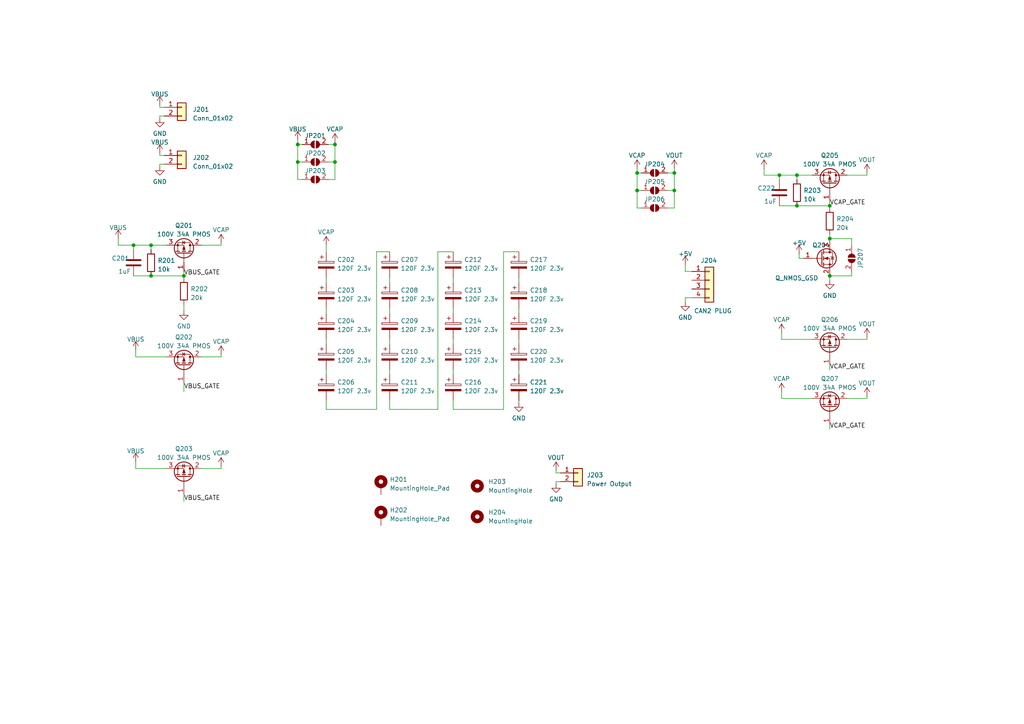
<source format=kicad_sch>
(kicad_sch (version 20230121) (generator eeschema)
  (paper "A4")
  (lib_symbols
    (symbol "Connector_Generic:Conn_01x02" (pin_names (offset 1.016) hide)
      (property "Reference" "J" (at 0 2.54 0))
      (property "Value" "Conn_01x02" (at 0 -5.08 0))
      (symbol "Conn_01x02_1_1"
        (rectangle (start -1.27 -2.413) (end 0 -2.667) (stroke (width 0.1524)))
        (rectangle (start -1.27 0.127) (end 0 -0.127) (stroke (width 0.1524)))
        (rectangle (start -1.27 1.27) (end 1.27 -3.81) (stroke (width 0.254)) (fill (type background)))
        (pin passive line (at -5.08 0 0) (length 3.81) (name "Pin_1") (number "1"))
        (pin passive line (at -5.08 -2.54 0) (length 3.81) (name "Pin_2") (number "2"))
      )
    )
    (symbol "Connector_Generic:Conn_01x04" (pin_names (offset 1.016) hide)
      (property "Reference" "J" (at 0 5.08 0))
      (property "Value" "Conn_01x04" (at 0 -7.62 0))
      (symbol "Conn_01x04_1_1"
        (rectangle (start -1.27 -4.953) (end 0 -5.207) (stroke (width 0.1524)))
        (rectangle (start -1.27 -2.413) (end 0 -2.667) (stroke (width 0.1524)))
        (rectangle (start -1.27 0.127) (end 0 -0.127) (stroke (width 0.1524)))
        (rectangle (start -1.27 2.667) (end 0 2.413) (stroke (width 0.1524)))
        (rectangle (start -1.27 3.81) (end 1.27 -6.35) (stroke (width 0.254)) (fill (type background)))
        (pin passive line (at -5.08 2.54 0) (length 3.81) (name "Pin_1") (number "1"))
        (pin passive line (at -5.08 0 0) (length 3.81) (name "Pin_2") (number "2"))
        (pin passive line (at -5.08 -2.54 0) (length 3.81) (name "Pin_3") (number "3"))
        (pin passive line (at -5.08 -5.08 0) (length 3.81) (name "Pin_4") (number "4"))
      )
    )
    (symbol "Device:C" (pin_numbers hide) (pin_names (offset 0.254))
      (property "Reference" "C" (at 0.635 2.54 0))
      (property "Value" "C" (at 0.635 -2.54 0))
      (symbol "C_0_1"
        (polyline (pts (xy -2.032 -0.762) (xy 2.032 -0.762)) (stroke (width 0.508)))
        (polyline (pts (xy -2.032 0.762) (xy 2.032 0.762)) (stroke (width 0.508)))
      )
      (symbol "C_1_1"
        (pin passive line (at 0 3.81 270) (length 2.794) (name "~") (number "1"))
        (pin passive line (at 0 -3.81 90) (length 2.794) (name "~") (number "2"))
      )
    )
    (symbol "Device:C_Polarized" (pin_numbers hide) (pin_names (offset 0.254))
      (property "Reference" "C" (at 0.635 2.54 0))
      (property "Value" "C_Polarized" (at 0.635 -2.54 0))
      (symbol "C_Polarized_0_1"
        (rectangle (start -2.286 0.508) (end 2.286 1.016))
        (polyline (pts (xy -1.778 2.286) (xy -0.762 2.286)))
        (polyline (pts (xy -1.27 2.794) (xy -1.27 1.778)))
        (rectangle (start 2.286 -0.508) (end -2.286 -1.016) (fill (type outline)))
      )
      (symbol "C_Polarized_1_1"
        (pin passive line (at 0 3.81 270) (length 2.794) (name "~") (number "1"))
        (pin passive line (at 0 -3.81 90) (length 2.794) (name "~") (number "2"))
      )
    )
    (symbol "Device:Q_NMOS_GSD" (pin_names (offset 0) hide)
      (property "Reference" "Q" (at 5.08 1.27 0))
      (property "Value" "Q_NMOS_GSD" (at 5.08 -1.27 0))
      (symbol "Q_NMOS_GSD_0_1"
        (polyline (pts (xy 0.254 0) (xy -2.54 0)))
        (polyline (pts (xy 0.254 1.905) (xy 0.254 -1.905)) (stroke (width 0.254)))
        (polyline (pts (xy 0.762 -1.27) (xy 0.762 -2.286)) (stroke (width 0.254)))
        (polyline (pts (xy 0.762 0.508) (xy 0.762 -0.508)) (stroke (width 0.254)))
        (polyline (pts (xy 0.762 2.286) (xy 0.762 1.27)) (stroke (width 0.254)))
        (polyline (pts (xy 2.54 2.54) (xy 2.54 1.778)))
        (polyline (pts (xy 2.54 -2.54) (xy 2.54 0) (xy 0.762 0)))
        (polyline (pts (xy 0.762 -1.778) (xy 3.302 -1.778) (xy 3.302 1.778) (xy 0.762 1.778)))
        (polyline (pts (xy 1.016 0) (xy 2.032 0.381) (xy 2.032 -0.381) (xy 1.016 0)) (fill (type outline)))
        (polyline (pts (xy 2.794 0.508) (xy 2.921 0.381) (xy 3.683 0.381) (xy 3.81 0.254)))
        (polyline (pts (xy 3.302 0.381) (xy 2.921 -0.254) (xy 3.683 -0.254) (xy 3.302 0.381)))
        (circle (center 1.651 0) (radius 2.794) (stroke (width 0.254)))
        (circle (center 2.54 -1.778) (radius 0.254) (fill (type outline)))
        (circle (center 2.54 1.778) (radius 0.254) (fill (type outline)))
      )
      (symbol "Q_NMOS_GSD_1_1"
        (pin input line (at -5.08 0 0) (length 2.54) (name "G") (number "1"))
        (pin passive line (at 2.54 -5.08 90) (length 2.54) (name "S") (number "2"))
        (pin passive line (at 2.54 5.08 270) (length 2.54) (name "D") (number "3"))
      )
    )
    (symbol "Device:Q_PMOS_GDS" (pin_names (offset 0) hide)
      (property "Reference" "Q" (at 5.08 1.27 0))
      (property "Value" "Q_PMOS_GDS" (at 5.08 -1.27 0))
      (symbol "Q_PMOS_GDS_0_1"
        (polyline (pts (xy 0.254 0) (xy -2.54 0)))
        (polyline (pts (xy 0.254 1.905) (xy 0.254 -1.905)) (stroke (width 0.254)))
        (polyline (pts (xy 0.762 -1.27) (xy 0.762 -2.286)) (stroke (width 0.254)))
        (polyline (pts (xy 0.762 0.508) (xy 0.762 -0.508)) (stroke (width 0.254)))
        (polyline (pts (xy 0.762 2.286) (xy 0.762 1.27)) (stroke (width 0.254)))
        (polyline (pts (xy 2.54 2.54) (xy 2.54 1.778)))
        (polyline (pts (xy 2.54 -2.54) (xy 2.54 0) (xy 0.762 0)))
        (polyline (pts (xy 0.762 1.778) (xy 3.302 1.778) (xy 3.302 -1.778) (xy 0.762 -1.778)))
        (polyline (pts (xy 2.286 0) (xy 1.27 0.381) (xy 1.27 -0.381) (xy 2.286 0)) (fill (type outline)))
        (polyline (pts (xy 2.794 -0.508) (xy 2.921 -0.381) (xy 3.683 -0.381) (xy 3.81 -0.254)))
        (polyline (pts (xy 3.302 -0.381) (xy 2.921 0.254) (xy 3.683 0.254) (xy 3.302 -0.381)))
        (circle (center 1.651 0) (radius 2.794) (stroke (width 0.254)))
        (circle (center 2.54 -1.778) (radius 0.254) (fill (type outline)))
        (circle (center 2.54 1.778) (radius 0.254) (fill (type outline)))
      )
      (symbol "Q_PMOS_GDS_1_1"
        (pin input line (at -5.08 0 0) (length 2.54) (name "G") (number "1"))
        (pin passive line (at 2.54 5.08 270) (length 2.54) (name "D") (number "2"))
        (pin passive line (at 2.54 -5.08 90) (length 2.54) (name "S") (number "3"))
      )
    )
    (symbol "Device:R" (pin_numbers hide) (pin_names (offset 0))
      (property "Reference" "R" (at 2.032 0 90))
      (property "Value" "R" (at 0 0 90))
      (symbol "R_0_1"
        (rectangle (start -1.016 -2.54) (end 1.016 2.54) (stroke (width 0.254)))
      )
      (symbol "R_1_1"
        (pin passive line (at 0 3.81 270) (length 1.27) (name "~") (number "1"))
        (pin passive line (at 0 -3.81 90) (length 1.27) (name "~") (number "2"))
      )
    )
    (symbol "Jumper:SolderJumper_2_Open" (pin_names (offset 0) hide)
      (property "Reference" "JP" (at 0 2.032 0))
      (property "Value" "SolderJumper_2_Open" (at 0 -2.54 0))
      (symbol "SolderJumper_2_Open_0_1"
        (arc (start -0.254 1.016) (mid -1.2656 0) (end -0.254 -1.016))
        (arc (start -0.254 1.016) (mid -1.2656 0) (end -0.254 -1.016) (fill (type outline)))
        (polyline (pts (xy -0.254 1.016) (xy -0.254 -1.016)))
        (polyline (pts (xy 0.254 1.016) (xy 0.254 -1.016)))
        (arc (start 0.254 -1.016) (mid 1.2656 0) (end 0.254 1.016))
        (arc (start 0.254 -1.016) (mid 1.2656 0) (end 0.254 1.016) (fill (type outline)))
      )
      (symbol "SolderJumper_2_Open_1_1"
        (pin passive line (at -3.81 0 0) (length 2.54) (name "A") (number "1"))
        (pin passive line (at 3.81 0 180) (length 2.54) (name "B") (number "2"))
      )
    )
    (symbol "Mechanical:MountingHole" (pin_names (offset 1.016))
      (property "Reference" "H" (at 0 5.08 0))
      (property "Value" "MountingHole" (at 0 3.175 0))
      (symbol "MountingHole_0_1"
        (circle (center 0 0) (radius 1.27) (stroke (width 1.27)))
      )
    )
    (symbol "Mechanical:MountingHole_Pad" (pin_numbers hide) (pin_names (offset 1.016) hide)
      (property "Reference" "H" (at 0 6.35 0))
      (property "Value" "MountingHole_Pad" (at 0 4.445 0))
      (symbol "MountingHole_Pad_0_1"
        (circle (center 0 1.27) (radius 1.27) (stroke (width 1.27)))
      )
      (symbol "MountingHole_Pad_1_1"
        (pin input line (at 0 -2.54 90) (length 2.54) (name "1") (number "1"))
      )
    )
    (symbol "power:+5V" (power) (pin_names (offset 0))
      (property "Value" "+5V" (at 0 3.556 0))
      (symbol "+5V_0_1"
        (polyline (pts (xy -0.762 1.27) (xy 0 2.54)))
        (polyline (pts (xy 0 0) (xy 0 2.54)))
        (polyline (pts (xy 0 2.54) (xy 0.762 1.27)))
      )
      (symbol "+5V_1_1"
        (pin power_in line (at 0 0 90) (length 0) hide (name "+5V") (number "1"))
      )
    )
    (symbol "power:GND" (power) (pin_names (offset 0))
      (property "Value" "GND" (at 0 -3.81 0))
      (symbol "GND_0_1"
        (polyline (pts (xy 0 0) (xy 0 -1.27) (xy 1.27 -1.27) (xy 0 -2.54) (xy -1.27 -1.27) (xy 0 -1.27)))
      )
      (symbol "GND_1_1"
        (pin power_in line (at 0 0 270) (length 0) hide (name "GND") (number "1"))
      )
    )
    (symbol "power:VBUS" (power) (pin_names (offset 0))
      (property "Value" "VBUS" (at 0 3.81 0))
      (symbol "VBUS_0_1"
        (polyline (pts (xy -0.762 1.27) (xy 0 2.54)))
        (polyline (pts (xy 0 0) (xy 0 2.54)))
        (polyline (pts (xy 0 2.54) (xy 0.762 1.27)))
      )
      (symbol "VBUS_1_1"
        (pin power_in line (at 0 0 90) (length 0) hide (name "VBUS") (number "1"))
      )
    )
    (symbol "supercap_library:VCAP" (power) (pin_names (offset 0))
      (property "Value" "VCAP" (at 0 3.81 0))
      (symbol "VCAP_0_1"
        (polyline (pts (xy -0.762 1.27) (xy 0 2.54)))
        (polyline (pts (xy 0 0) (xy 0 2.54)))
        (polyline (pts (xy 0 2.54) (xy 0.762 1.27)))
      )
      (symbol "VCAP_1_1"
        (pin power_in line (at 0 0 90) (length 0) hide (name "VCAP") (number "1"))
      )
    )
    (symbol "supercap_library:VOUT" (power) (pin_names (offset 0))
      (property "Value" "VOUT" (at 0 3.81 0))
      (symbol "VOUT_0_1"
        (polyline (pts (xy -0.762 1.27) (xy 0 2.54)))
        (polyline (pts (xy 0 0) (xy 0 2.54)))
        (polyline (pts (xy 0 2.54) (xy 0.762 1.27)))
      )
      (symbol "VOUT_1_1"
        (pin power_in line (at 0 0 90) (length 0) hide (name "VOUT") (number "1"))
      )
    )
  )
  (junction (at 43.815 71.12))
  (junction (at 184.785 55.245))
  (junction (at 53.34 80.01))
  (junction (at 195.58 55.245))
  (junction (at 231.14 50.8))
  (junction (at 240.665 80.01))
  (junction (at 226.06 50.8))
  (junction (at 86.36 46.99))
  (junction (at 38.735 71.12))
  (junction (at 240.665 69.215))
  (junction (at 240.665 59.69))
  (junction (at 43.815 80.01))
  (junction (at 86.36 41.91))
  (junction (at 231.14 59.69))
  (junction (at 195.58 50.165))
  (junction (at 97.155 46.99))
  (junction (at 184.785 50.165))
  (junction (at 97.155 41.91))
  (wire (pts (xy 226.06 59.69) (xy 231.14 59.69)))
  (wire (pts (xy 184.785 55.245) (xy 186.055 55.245)))
  (wire (pts (xy 38.735 71.12) (xy 38.735 72.39)))
  (wire (pts (xy 150.495 89.535) (xy 150.495 90.805)))
  (wire (pts (xy 226.06 50.8) (xy 231.14 50.8)))
  (wire (pts (xy 231.775 74.93) (xy 233.045 74.93)))
  (wire (pts (xy 231.14 50.8) (xy 235.585 50.8)))
  (wire (pts (xy 46.355 33.655) (xy 47.625 33.655)))
  (wire (pts (xy 94.615 116.205) (xy 94.615 118.745)))
  (wire (pts (xy 131.445 89.535) (xy 131.445 90.805)))
  (wire (pts (xy 193.675 60.325) (xy 195.58 60.325)))
  (wire (pts (xy 53.34 111.125) (xy 53.34 113.665)))
  (wire (pts (xy 43.815 80.01) (xy 53.34 80.01)))
  (wire (pts (xy 95.25 41.91) (xy 97.155 41.91)))
  (wire (pts (xy 221.615 50.8) (xy 226.06 50.8)))
  (wire (pts (xy 86.36 41.91) (xy 87.63 41.91)))
  (wire (pts (xy 131.445 107.315) (xy 131.445 108.585)))
  (wire (pts (xy 150.495 98.425) (xy 150.495 99.695)))
  (wire (pts (xy 146.05 73.025) (xy 150.495 73.025)))
  (wire (pts (xy 131.445 98.425) (xy 131.445 99.695)))
  (wire (pts (xy 240.665 80.01) (xy 247.015 80.01)))
  (wire (pts (xy 94.615 89.535) (xy 94.615 90.805)))
  (wire (pts (xy 127 73.025) (xy 127 118.745)))
  (wire (pts (xy 226.695 96.52) (xy 226.695 98.425)))
  (wire (pts (xy 97.155 46.99) (xy 97.155 52.07)))
  (wire (pts (xy 46.355 45.085) (xy 47.625 45.085)))
  (wire (pts (xy 58.42 135.89) (xy 64.135 135.89)))
  (wire (pts (xy 245.745 115.57) (xy 251.46 115.57)))
  (wire (pts (xy 46.355 47.625) (xy 46.355 48.26)))
  (wire (pts (xy 184.785 55.245) (xy 184.785 60.325)))
  (wire (pts (xy 86.36 46.99) (xy 87.63 46.99)))
  (wire (pts (xy 58.42 103.505) (xy 64.135 103.505)))
  (wire (pts (xy 39.37 103.505) (xy 48.26 103.505)))
  (wire (pts (xy 34.29 71.12) (xy 38.735 71.12)))
  (wire (pts (xy 198.755 86.36) (xy 200.66 86.36)))
  (wire (pts (xy 94.615 98.425) (xy 94.615 99.695)))
  (wire (pts (xy 58.42 71.12) (xy 64.135 71.12)))
  (wire (pts (xy 146.05 73.025) (xy 146.05 118.745)))
  (wire (pts (xy 97.155 41.91) (xy 97.155 46.99)))
  (wire (pts (xy 46.355 33.655) (xy 46.355 34.29)))
  (wire (pts (xy 226.695 98.425) (xy 235.585 98.425)))
  (wire (pts (xy 161.29 139.7) (xy 161.29 140.335)))
  (wire (pts (xy 113.03 98.425) (xy 113.03 99.695)))
  (wire (pts (xy 161.29 139.7) (xy 162.56 139.7)))
  (wire (pts (xy 193.675 50.165) (xy 195.58 50.165)))
  (wire (pts (xy 231.775 73.66) (xy 231.775 74.93)))
  (wire (pts (xy 226.06 50.8) (xy 226.06 52.07)))
  (wire (pts (xy 94.615 71.12) (xy 94.615 73.025)))
  (wire (pts (xy 195.58 55.245) (xy 195.58 60.325)))
  (wire (pts (xy 184.785 60.325) (xy 186.055 60.325)))
  (wire (pts (xy 113.03 118.745) (xy 127 118.745)))
  (wire (pts (xy 245.745 98.425) (xy 251.46 98.425)))
  (wire (pts (xy 195.58 50.165) (xy 195.58 55.245)))
  (wire (pts (xy 46.355 30.48) (xy 46.355 31.115)))
  (wire (pts (xy 94.615 118.745) (xy 109.22 118.745)))
  (wire (pts (xy 245.745 50.8) (xy 251.46 50.8)))
  (wire (pts (xy 113.03 89.535) (xy 113.03 90.805)))
  (wire (pts (xy 38.735 80.01) (xy 43.815 80.01)))
  (wire (pts (xy 193.675 55.245) (xy 195.58 55.245)))
  (wire (pts (xy 86.36 52.07) (xy 87.63 52.07)))
  (wire (pts (xy 150.495 107.315) (xy 150.495 108.585)))
  (wire (pts (xy 53.34 88.265) (xy 53.34 90.17)))
  (wire (pts (xy 95.25 52.07) (xy 97.155 52.07)))
  (wire (pts (xy 53.34 143.51) (xy 53.34 145.415)))
  (wire (pts (xy 240.665 69.215) (xy 240.665 69.85)))
  (wire (pts (xy 97.155 41.275) (xy 97.155 41.91)))
  (wire (pts (xy 251.46 50.165) (xy 251.46 50.8)))
  (wire (pts (xy 53.34 80.01) (xy 53.34 80.645)))
  (wire (pts (xy 127 73.025) (xy 131.445 73.025)))
  (wire (pts (xy 113.03 107.315) (xy 113.03 108.585)))
  (wire (pts (xy 46.355 44.45) (xy 46.355 45.085)))
  (wire (pts (xy 240.665 123.19) (xy 240.665 124.46)))
  (wire (pts (xy 39.37 133.985) (xy 39.37 135.89)))
  (wire (pts (xy 184.785 48.895) (xy 184.785 50.165)))
  (wire (pts (xy 64.135 102.87) (xy 64.135 103.505)))
  (wire (pts (xy 161.29 137.16) (xy 162.56 137.16)))
  (wire (pts (xy 95.25 46.99) (xy 97.155 46.99)))
  (wire (pts (xy 38.735 71.12) (xy 43.815 71.12)))
  (wire (pts (xy 247.015 69.215) (xy 247.015 71.12)))
  (wire (pts (xy 150.495 116.84) (xy 150.495 116.205)))
  (wire (pts (xy 150.495 80.645) (xy 150.495 81.915)))
  (wire (pts (xy 86.36 40.64) (xy 86.36 41.91)))
  (wire (pts (xy 86.36 46.99) (xy 86.36 52.07)))
  (wire (pts (xy 34.29 69.215) (xy 34.29 71.12)))
  (wire (pts (xy 240.665 67.945) (xy 240.665 69.215)))
  (wire (pts (xy 94.615 107.315) (xy 94.615 108.585)))
  (wire (pts (xy 109.22 73.025) (xy 109.22 118.745)))
  (wire (pts (xy 86.36 41.91) (xy 86.36 46.99)))
  (wire (pts (xy 43.815 71.12) (xy 43.815 72.39)))
  (wire (pts (xy 251.46 97.79) (xy 251.46 98.425)))
  (wire (pts (xy 240.665 69.215) (xy 247.015 69.215)))
  (wire (pts (xy 247.015 78.74) (xy 247.015 80.01)))
  (wire (pts (xy 198.755 78.74) (xy 200.66 78.74)))
  (wire (pts (xy 184.785 50.165) (xy 184.785 55.245)))
  (wire (pts (xy 240.665 80.01) (xy 240.665 81.28)))
  (wire (pts (xy 184.785 50.165) (xy 186.055 50.165)))
  (wire (pts (xy 113.03 116.205) (xy 113.03 118.745)))
  (wire (pts (xy 240.665 59.69) (xy 240.665 60.325)))
  (wire (pts (xy 64.135 70.485) (xy 64.135 71.12)))
  (wire (pts (xy 198.755 86.36) (xy 198.755 87.63)))
  (wire (pts (xy 94.615 80.645) (xy 94.615 81.915)))
  (wire (pts (xy 240.665 58.42) (xy 240.665 59.69)))
  (wire (pts (xy 198.755 76.835) (xy 198.755 78.74)))
  (wire (pts (xy 226.695 115.57) (xy 235.585 115.57)))
  (wire (pts (xy 240.665 106.045) (xy 240.665 107.315)))
  (wire (pts (xy 113.03 80.645) (xy 113.03 81.915)))
  (wire (pts (xy 53.34 78.74) (xy 53.34 80.01)))
  (wire (pts (xy 39.37 101.6) (xy 39.37 103.505)))
  (wire (pts (xy 43.815 71.12) (xy 48.26 71.12)))
  (wire (pts (xy 226.695 113.665) (xy 226.695 115.57)))
  (wire (pts (xy 46.355 47.625) (xy 47.625 47.625)))
  (wire (pts (xy 231.14 59.69) (xy 240.665 59.69)))
  (wire (pts (xy 131.445 80.645) (xy 131.445 81.915)))
  (wire (pts (xy 131.445 116.205) (xy 131.445 118.745)))
  (wire (pts (xy 195.58 48.895) (xy 195.58 50.165)))
  (wire (pts (xy 46.355 31.115) (xy 47.625 31.115)))
  (wire (pts (xy 64.135 135.255) (xy 64.135 135.89)))
  (wire (pts (xy 39.37 135.89) (xy 48.26 135.89)))
  (wire (pts (xy 251.46 114.935) (xy 251.46 115.57)))
  (wire (pts (xy 231.14 50.8) (xy 231.14 52.07)))
  (wire (pts (xy 221.615 48.895) (xy 221.615 50.8)))
  (wire (pts (xy 109.22 73.025) (xy 113.03 73.025)))
  (wire (pts (xy 161.29 136.525) (xy 161.29 137.16)))
  (wire (pts (xy 131.445 118.745) (xy 146.05 118.745)))
  (label "VBUS_GATE" (at 53.34 80.01 0))
  (label "VBUS_GATE" (at 53.34 113.03 0))
  (label "VCAP_GATE" (at 240.665 107.315 0))
  (label "VBUS_GATE" (at 53.34 145.415 0))
  (label "VCAP_GATE" (at 240.665 59.69 0))
  (label "VCAP_GATE" (at 240.665 124.46 0))
  (symbol (lib_id "Device:R") (at 231.14 55.88 0) (unit 1)
    (property "Reference" "R203" (at 233.045 55.245 0) (effects (justify left)))
    (property "Value" "10k" (at 233.045 57.785 0) (effects (justify left)))
    (property "Footprint" "Resistor_SMD:R_0805_2012Metric" (effects hide))
  )
  (symbol (lib_id "Device:C_Polarized") (at 113.03 94.615 0) (unit 1)
    (property "Reference" "C209" (at 116.205 93.091 0) (effects (justify left)))
    (property "Value" "120F 2.3v" (at 116.205 95.631 0) (effects (justify left)))
    (property "Footprint" "Capacitor_THT:CP_Radial_D18.0mm_P7.50mm" (effects hide))
    (property "Datasheet" "https://www.tecategroup.com/products/data_sheet.php?i=TPLH-2R7/120WR18X60" (effects hide))
    (property "Digikey" "2085-TPLH-2R7/120WR18X60-ND" (effects hide))
  )
  (symbol (lib_id "Device:C_Polarized") (at 150.495 94.615 0) (unit 1)
    (property "Reference" "C219" (at 153.67 93.091 0) (effects (justify left)))
    (property "Value" "120F 2.3v" (at 153.67 95.631 0) (effects (justify left)))
    (property "Footprint" "Capacitor_THT:CP_Radial_D18.0mm_P7.50mm" (effects hide))
    (property "Datasheet" "https://www.tecategroup.com/products/data_sheet.php?i=TPLH-2R7/120WR18X60" (effects hide))
    (property "Digikey" "2085-TPLH-2R7/120WR18X60-ND" (effects hide))
  )
  (symbol (lib_id "supercap_library:VCAP") (at 226.695 113.665 0) (unit 1)
    (property "Reference" "#PWR0224" (effects hide))
    (property "Value" "VCAP" (at 226.695 109.855 0))
  )
  (symbol (lib_id "Mechanical:MountingHole_Pad") (at 110.49 149.86 0) (unit 1)
    (property "Reference" "H202" (at 113.03 147.955 0) (effects (justify left)))
    (property "Value" "MountingHole_Pad" (at 113.03 150.495 0) (effects (justify left)))
    (property "Footprint" "supercap:Sinhoo-SMTSO40x-C2916378" (effects hide))
    (property "LCSC" "C2916378" (effects hide))
  )
  (symbol (lib_id "Device:C_Polarized") (at 150.495 103.505 0) (unit 1)
    (property "Reference" "C220" (at 153.67 101.981 0) (effects (justify left)))
    (property "Value" "120F 2.3v" (at 153.67 104.521 0) (effects (justify left)))
    (property "Footprint" "Capacitor_THT:CP_Radial_D18.0mm_P7.50mm" (effects hide))
    (property "Datasheet" "https://www.tecategroup.com/products/data_sheet.php?i=TPLH-2R7/120WR18X60" (effects hide))
    (property "Digikey" "2085-TPLH-2R7/120WR18X60-ND" (effects hide))
  )
  (symbol (lib_id "Device:C_Polarized") (at 113.03 103.505 0) (unit 1)
    (property "Reference" "C210" (at 116.205 101.981 0) (effects (justify left)))
    (property "Value" "120F 2.3v" (at 116.205 104.521 0) (effects (justify left)))
    (property "Footprint" "Capacitor_THT:CP_Radial_D18.0mm_P7.50mm" (effects hide))
    (property "Datasheet" "https://www.tecategroup.com/products/data_sheet.php?i=TPLH-2R7/120WR18X60" (effects hide))
    (property "Digikey" "2085-TPLH-2R7/120WR18X60-ND" (effects hide))
  )
  (symbol (lib_id "Jumper:SolderJumper_2_Open") (at 91.44 41.91 0) (unit 1)
    (property "Reference" "JP201" (at 91.44 39.37 0))
    (property "Value" "SolderJumper_2_Open" (effects hide))
    (property "Footprint" "Jumper:SolderJumper-2_P1.3mm_Open_RoundedPad1.0x1.5mm" (effects hide))
  )
  (symbol (lib_id "Device:R") (at 53.34 84.455 0) (unit 1)
    (property "Reference" "R202" (at 55.245 83.82 0) (effects (justify left)))
    (property "Value" "20k" (at 55.245 86.36 0) (effects (justify left)))
    (property "Footprint" "Resistor_SMD:R_0805_2012Metric" (effects hide))
  )
  (symbol (lib_id "Connector_Generic:Conn_01x02") (at 52.705 31.115 0) (unit 1)
    (property "Reference" "J201" (at 55.88 31.75 0) (effects (justify left)))
    (property "Value" "Conn_01x02" (at 55.88 34.29 0) (effects (justify left)))
    (property "Footprint" "Connector_Anderson:PowerPole_PP45_1336G1_1x2_Horizontal" (effects hide))
  )
  (symbol (lib_id "supercap_library:VCAP") (at 226.695 96.52 0) (unit 1)
    (property "Reference" "#PWR0223" (effects hide))
    (property "Value" "VCAP" (at 226.695 92.71 0))
  )
  (symbol (lib_id "supercap_library:VCAP") (at 94.615 71.12 0) (unit 1)
    (property "Reference" "#PWR0213" (effects hide))
    (property "Value" "VCAP" (at 94.615 67.31 0))
  )
  (symbol (lib_id "Device:Q_NMOS_GSD") (at 238.125 74.93 0) (unit 1)
    (property "Reference" "Q204" (at 235.585 71.12 0) (effects (justify left)))
    (property "Value" "Q_NMOS_GSD" (at 224.79 80.645 0) (effects (justify left)))
    (property "Footprint" "Package_TO_SOT_SMD:SOT-23" (effects hide))
    (property "LCSC" "C400505" (effects hide))
  )
  (symbol (lib_id "supercap_library:VCAP") (at 184.785 48.895 0) (unit 1)
    (property "Reference" "#PWR0218" (effects hide))
    (property "Value" "VCAP" (at 184.785 45.085 0))
  )
  (symbol (lib_id "Device:Q_PMOS_GDS") (at 240.665 100.965 270) (mirror x) (unit 1)
    (property "Reference" "Q206" (at 240.665 92.71 90))
    (property "Value" "100V 34A PMOS" (at 240.665 95.25 90))
    (property "Footprint" "Package_TO_SOT_SMD:TO-252-2" (effects hide))
    (property "LCSC" "C2758447" (effects hide))
  )
  (symbol (lib_id "supercap_library:VCAP") (at 221.615 48.895 0) (unit 1)
    (property "Reference" "#PWR0222" (effects hide))
    (property "Value" "VCAP" (at 221.615 45.085 0))
  )
  (symbol (lib_id "Device:R") (at 43.815 76.2 0) (unit 1)
    (property "Reference" "R201" (at 45.72 75.565 0) (effects (justify left)))
    (property "Value" "10k" (at 45.72 78.105 0) (effects (justify left)))
    (property "Footprint" "Resistor_SMD:R_0805_2012Metric" (effects hide))
  )
  (symbol (lib_id "power:GND") (at 46.355 48.26 0) (unit 1)
    (property "Reference" "#PWR0207" (effects hide))
    (property "Value" "GND" (at 46.355 52.705 0))
  )
  (symbol (lib_id "Device:C_Polarized") (at 113.03 76.835 0) (unit 1)
    (property "Reference" "C207" (at 116.205 75.311 0) (effects (justify left)))
    (property "Value" "120F 2.3v" (at 116.205 77.851 0) (effects (justify left)))
    (property "Footprint" "Capacitor_THT:CP_Radial_D18.0mm_P7.50mm" (effects hide))
    (property "Datasheet" "https://www.tecategroup.com/products/data_sheet.php?i=TPLH-2R7/120WR18X60" (effects hide))
    (property "Digikey" "2085-TPLH-2R7/120WR18X60-ND" (effects hide))
  )
  (symbol (lib_id "Jumper:SolderJumper_2_Open") (at 189.865 55.245 0) (unit 1)
    (property "Reference" "JP205" (at 189.865 52.705 0))
    (property "Value" "SolderJumper_2_Open" (effects hide))
    (property "Footprint" "Jumper:SolderJumper-2_P1.3mm_Open_RoundedPad1.0x1.5mm" (effects hide))
  )
  (symbol (lib_id "Mechanical:MountingHole_Pad") (at 110.49 140.97 0) (unit 1)
    (property "Reference" "H201" (at 113.03 139.065 0) (effects (justify left)))
    (property "Value" "MountingHole_Pad" (at 113.03 141.605 0) (effects (justify left)))
    (property "Footprint" "supercap:Sinhoo-SMTSO40x-C2916378" (effects hide))
    (property "LCSC" "C2916378" (effects hide))
  )
  (symbol (lib_id "power:GND") (at 150.495 116.84 0) (unit 1)
    (property "Reference" "#PWR0215" (effects hide))
    (property "Value" "GND" (at 150.495 121.285 0))
  )
  (symbol (lib_id "power:VBUS") (at 39.37 133.985 0) (unit 1)
    (property "Reference" "#PWR0203" (effects hide))
    (property "Value" "VBUS" (at 39.37 130.81 0))
  )
  (symbol (lib_id "Device:C") (at 38.735 76.2 180) (unit 1)
    (property "Reference" "C201" (at 32.385 74.93 0) (effects (justify right)))
    (property "Value" "1uF" (at 34.29 78.74 0) (effects (justify right)))
    (property "Footprint" "Capacitor_SMD:C_0805_2012Metric" (effects hide))
  )
  (symbol (lib_id "supercap_library:VCAP") (at 97.155 41.275 0) (unit 1)
    (property "Reference" "#PWR0214" (effects hide))
    (property "Value" "VCAP" (at 97.155 37.465 0))
  )
  (symbol (lib_id "Jumper:SolderJumper_2_Open") (at 189.865 50.165 0) (unit 1)
    (property "Reference" "JP204" (at 189.865 47.625 0))
    (property "Value" "SolderJumper_2_Open" (effects hide))
    (property "Footprint" "Jumper:SolderJumper-2_P1.3mm_Open_RoundedPad1.0x1.5mm" (effects hide))
  )
  (symbol (lib_id "Mechanical:MountingHole") (at 138.43 149.86 0) (unit 1) (in_bom no)
    (property "Reference" "H204" (at 141.605 148.5899 0) (effects (justify left)))
    (property "Value" "MountingHole" (at 141.605 151.1299 0) (effects (justify left)))
    (property "Footprint" "supercap:MountingHole_3.9mm_Plastite_#6" (effects hide))
  )
  (symbol (lib_id "power:GND") (at 198.755 87.63 0) (unit 1)
    (property "Reference" "#PWR0221" (effects hide))
    (property "Value" "GND" (at 198.755 92.075 0))
  )
  (symbol (lib_id "power:GND") (at 240.665 81.28 0) (unit 1)
    (property "Reference" "#PWR0226" (effects hide))
    (property "Value" "GND" (at 240.665 85.725 0))
  )
  (symbol (lib_id "supercap_library:VCAP") (at 64.135 102.87 0) (unit 1)
    (property "Reference" "#PWR0210" (effects hide))
    (property "Value" "VCAP" (at 64.135 99.06 0))
  )
  (symbol (lib_id "Device:Q_PMOS_GDS") (at 240.665 53.34 270) (mirror x) (unit 1)
    (property "Reference" "Q205" (at 240.665 45.085 90))
    (property "Value" "100V 34A PMOS" (at 240.665 47.625 90))
    (property "Footprint" "Package_TO_SOT_SMD:TO-252-2" (effects hide))
    (property "LCSC" "C2758447" (effects hide))
  )
  (symbol (lib_id "Device:C_Polarized") (at 113.03 112.395 0) (unit 1)
    (property "Reference" "C211" (at 116.205 110.871 0) (effects (justify left)))
    (property "Value" "120F 2.3v" (at 116.205 113.411 0) (effects (justify left)))
    (property "Footprint" "Capacitor_THT:CP_Radial_D18.0mm_P7.50mm" (effects hide))
    (property "Datasheet" "https://www.tecategroup.com/products/data_sheet.php?i=TPLH-2R7/120WR18X60" (effects hide))
    (property "Digikey" "2085-TPLH-2R7/120WR18X60-ND" (effects hide))
  )
  (symbol (lib_id "Device:C_Polarized") (at 131.445 85.725 0) (unit 1)
    (property "Reference" "C213" (at 134.62 84.201 0) (effects (justify left)))
    (property "Value" "120F 2.3v" (at 134.62 86.741 0) (effects (justify left)))
    (property "Footprint" "Capacitor_THT:CP_Radial_D18.0mm_P7.50mm" (effects hide))
    (property "Datasheet" "https://www.tecategroup.com/products/data_sheet.php?i=TPLH-2R7/120WR18X60" (effects hide))
    (property "Digikey" "2085-TPLH-2R7/120WR18X60-ND" (effects hide))
  )
  (symbol (lib_id "Device:C_Polarized") (at 150.495 112.395 0) (unit 1)
    (property "Reference" "C221" (at 153.67 110.871 0) (effects (justify left)))
    (property "Value" "120F 2.3v" (at 153.67 113.411 0) (effects (justify left)))
    (property "Footprint" "Capacitor_THT:CP_Radial_D18.0mm_P7.50mm" (effects hide))
    (property "Datasheet" "https://www.tecategroup.com/products/data_sheet.php?i=TPLH-2R7/120WR18X60" (effects hide))
    (property "Digikey" "2085-TPLH-2R7/120WR18X60-ND" (effects hide))
  )
  (symbol (lib_id "Connector_Generic:Conn_01x02") (at 167.64 137.16 0) (unit 1)
    (property "Reference" "J203" (at 170.18 137.795 0) (effects (justify left)))
    (property "Value" "Power Output" (at 170.18 140.335 0) (effects (justify left)))
    (property "Footprint" "Connector_Anderson:PowerPole_PP45_1336G1_1x2_Horizontal" (effects hide))
  )
  (symbol (lib_id "Device:C_Polarized") (at 150.495 85.725 0) (unit 1)
    (property "Reference" "C218" (at 153.67 84.201 0) (effects (justify left)))
    (property "Value" "120F 2.3v" (at 153.67 86.741 0) (effects (justify left)))
    (property "Footprint" "Capacitor_THT:CP_Radial_D18.0mm_P7.50mm" (effects hide))
    (property "Datasheet" "https://www.tecategroup.com/products/data_sheet.php?i=TPLH-2R7/120WR18X60" (effects hide))
    (property "Digikey" "2085-TPLH-2R7/120WR18X60-ND" (effects hide))
  )
  (symbol (lib_id "power:GND") (at 53.34 90.17 0) (unit 1)
    (property "Reference" "#PWR0208" (effects hide))
    (property "Value" "GND" (at 53.34 94.615 0))
  )
  (symbol (lib_id "Device:C_Polarized") (at 94.615 76.835 0) (unit 1)
    (property "Reference" "C202" (at 97.79 75.311 0) (effects (justify left)))
    (property "Value" "120F 2.3v" (at 97.79 77.851 0) (effects (justify left)))
    (property "Footprint" "Capacitor_THT:CP_Radial_D18.0mm_P7.50mm" (effects hide))
    (property "Datasheet" "https://www.tecategroup.com/products/data_sheet.php?i=TPLH-2R7/120WR18X60" (effects hide))
    (property "Digikey" "2085-TPLH-2R7/120WR18X60-ND" (effects hide))
  )
  (symbol (lib_id "power:+5V") (at 231.775 73.66 0) (unit 1)
    (property "Reference" "#PWR0225" (effects hide))
    (property "Value" "+5V" (at 231.775 70.485 0))
  )
  (symbol (lib_id "power:GND") (at 161.29 140.335 0) (unit 1)
    (property "Reference" "#PWR0217" (effects hide))
    (property "Value" "GND" (at 161.29 144.78 0))
  )
  (symbol (lib_id "Device:Q_PMOS_GDS") (at 53.34 106.045 270) (mirror x) (unit 1)
    (property "Reference" "Q202" (at 53.34 97.79 90))
    (property "Value" "100V 34A PMOS" (at 53.34 100.33 90))
    (property "Footprint" "Package_TO_SOT_SMD:TO-252-2" (effects hide))
    (property "LCSC" "C2758447" (effects hide))
  )
  (symbol (lib_id "supercap_library:VOUT") (at 251.46 50.165 0) (unit 1)
    (property "Reference" "#PWR0227" (effects hide))
    (property "Value" "VOUT" (at 251.46 46.355 0))
  )
  (symbol (lib_id "Jumper:SolderJumper_2_Open") (at 91.44 52.07 0) (unit 1)
    (property "Reference" "JP203" (at 91.44 49.53 0))
    (property "Value" "SolderJumper_2_Open" (effects hide))
    (property "Footprint" "Jumper:SolderJumper-2_P1.3mm_Open_RoundedPad1.0x1.5mm" (effects hide))
  )
  (symbol (lib_id "supercap_library:VCAP") (at 64.135 135.255 0) (unit 1)
    (property "Reference" "#PWR0211" (effects hide))
    (property "Value" "VCAP" (at 64.135 131.445 0))
  )
  (symbol (lib_id "Jumper:SolderJumper_2_Open") (at 247.015 74.93 270) (unit 1)
    (property "Reference" "JP207" (at 249.555 74.93 0))
    (property "Value" "SolderJumper_2_Open" (effects hide))
    (property "Footprint" "Jumper:SolderJumper-2_P1.3mm_Open_RoundedPad1.0x1.5mm" (effects hide))
  )
  (symbol (lib_id "supercap_library:VOUT") (at 161.29 136.525 0) (unit 1)
    (property "Reference" "#PWR0216" (effects hide))
    (property "Value" "VOUT" (at 161.29 132.715 0))
  )
  (symbol (lib_id "Mechanical:MountingHole") (at 138.43 140.97 0) (unit 1) (in_bom no)
    (property "Reference" "H203" (at 141.605 139.6999 0) (effects (justify left)))
    (property "Value" "MountingHole" (at 141.605 142.2399 0) (effects (justify left)))
    (property "Footprint" "supercap:MountingHole_3.9mm_Plastite_#6" (effects hide))
  )
  (symbol (lib_id "Device:C_Polarized") (at 131.445 112.395 0) (unit 1)
    (property "Reference" "C216" (at 134.62 110.871 0) (effects (justify left)))
    (property "Value" "120F 2.3v" (at 134.62 113.411 0) (effects (justify left)))
    (property "Footprint" "Capacitor_THT:CP_Radial_D18.0mm_P7.50mm" (effects hide))
    (property "Datasheet" "https://www.tecategroup.com/products/data_sheet.php?i=TPLH-2R7/120WR18X60" (effects hide))
    (property "Digikey" "2085-TPLH-2R7/120WR18X60-ND" (effects hide))
  )
  (symbol (lib_id "supercap_library:VCAP") (at 64.135 70.485 0) (unit 1)
    (property "Reference" "#PWR0209" (effects hide))
    (property "Value" "VCAP" (at 64.135 66.675 0))
  )
  (symbol (lib_id "power:VBUS") (at 46.355 44.45 0) (unit 1)
    (property "Reference" "#PWR0206" (effects hide))
    (property "Value" "VBUS" (at 46.355 41.275 0))
  )
  (symbol (lib_id "power:VBUS") (at 34.29 69.215 0) (unit 1)
    (property "Reference" "#PWR0201" (effects hide))
    (property "Value" "VBUS" (at 34.29 66.04 0))
  )
  (symbol (lib_id "Connector_Generic:Conn_01x02") (at 52.705 45.085 0) (unit 1)
    (property "Reference" "J202" (at 55.88 45.72 0) (effects (justify left)))
    (property "Value" "Conn_01x02" (at 55.88 48.26 0) (effects (justify left)))
    (property "Footprint" "Connector_Anderson:PowerPole_PP45_1336G1_1x2_Horizontal" (effects hide))
  )
  (symbol (lib_id "power:VBUS") (at 46.355 30.48 0) (unit 1)
    (property "Reference" "#PWR0204" (effects hide))
    (property "Value" "VBUS" (at 46.355 27.305 0))
  )
  (symbol (lib_id "power:GND") (at 46.355 34.29 0) (unit 1)
    (property "Reference" "#PWR0205" (effects hide))
    (property "Value" "GND" (at 46.355 38.735 0))
  )
  (symbol (lib_id "power:VBUS") (at 86.36 40.64 0) (unit 1)
    (property "Reference" "#PWR0212" (effects hide))
    (property "Value" "VBUS" (at 86.36 37.465 0))
  )
  (symbol (lib_id "supercap_library:VOUT") (at 251.46 97.79 0) (unit 1)
    (property "Reference" "#PWR0228" (effects hide))
    (property "Value" "VOUT" (at 251.46 93.98 0))
  )
  (symbol (lib_id "Device:C_Polarized") (at 113.03 85.725 0) (unit 1)
    (property "Reference" "C208" (at 116.205 84.201 0) (effects (justify left)))
    (property "Value" "120F 2.3v" (at 116.205 86.741 0) (effects (justify left)))
    (property "Footprint" "Capacitor_THT:CP_Radial_D18.0mm_P7.50mm" (effects hide))
    (property "Datasheet" "https://www.tecategroup.com/products/data_sheet.php?i=TPLH-2R7/120WR18X60" (effects hide))
    (property "Digikey" "2085-TPLH-2R7/120WR18X60-ND" (effects hide))
  )
  (symbol (lib_id "Device:C_Polarized") (at 131.445 94.615 0) (unit 1)
    (property "Reference" "C214" (at 134.62 93.091 0) (effects (justify left)))
    (property "Value" "120F 2.3v" (at 134.62 95.631 0) (effects (justify left)))
    (property "Footprint" "Capacitor_THT:CP_Radial_D18.0mm_P7.50mm" (effects hide))
    (property "Datasheet" "https://www.tecategroup.com/products/data_sheet.php?i=TPLH-2R7/120WR18X60" (effects hide))
    (property "Digikey" "2085-TPLH-2R7/120WR18X60-ND" (effects hide))
  )
  (symbol (lib_id "Device:C_Polarized") (at 94.615 85.725 0) (unit 1)
    (property "Reference" "C203" (at 97.79 84.201 0) (effects (justify left)))
    (property "Value" "120F 2.3v" (at 97.79 86.741 0) (effects (justify left)))
    (property "Footprint" "Capacitor_THT:CP_Radial_D18.0mm_P7.50mm" (effects hide))
    (property "Datasheet" "https://www.tecategroup.com/products/data_sheet.php?i=TPLH-2R7/120WR18X60" (effects hide))
    (property "Digikey" "2085-TPLH-2R7/120WR18X60-ND" (effects hide))
  )
  (symbol (lib_id "Jumper:SolderJumper_2_Open") (at 91.44 46.99 0) (unit 1)
    (property "Reference" "JP202" (at 91.44 44.45 0))
    (property "Value" "SolderJumper_2_Open" (effects hide))
    (property "Footprint" "Jumper:SolderJumper-2_P1.3mm_Open_RoundedPad1.0x1.5mm" (effects hide))
  )
  (symbol (lib_id "Device:C_Polarized") (at 131.445 103.505 0) (unit 1)
    (property "Reference" "C215" (at 134.62 101.981 0) (effects (justify left)))
    (property "Value" "120F 2.3v" (at 134.62 104.521 0) (effects (justify left)))
    (property "Footprint" "Capacitor_THT:CP_Radial_D18.0mm_P7.50mm" (effects hide))
    (property "Datasheet" "https://www.tecategroup.com/products/data_sheet.php?i=TPLH-2R7/120WR18X60" (effects hide))
    (property "Digikey" "2085-TPLH-2R7/120WR18X60-ND" (effects hide))
  )
  (symbol (lib_id "Device:C_Polarized") (at 94.615 103.505 0) (unit 1)
    (property "Reference" "C205" (at 97.79 101.981 0) (effects (justify left)))
    (property "Value" "120F 2.3v" (at 97.79 104.521 0) (effects (justify left)))
    (property "Footprint" "Capacitor_THT:CP_Radial_D18.0mm_P7.50mm" (effects hide))
    (property "Datasheet" "https://www.tecategroup.com/products/data_sheet.php?i=TPLH-2R7/120WR18X60" (effects hide))
    (property "Digikey" "2085-TPLH-2R7/120WR18X60-ND" (effects hide))
  )
  (symbol (lib_id "supercap_library:VOUT") (at 195.58 48.895 0) (unit 1)
    (property "Reference" "#PWR0219" (effects hide))
    (property "Value" "VOUT" (at 195.58 45.085 0))
  )
  (symbol (lib_id "Device:C") (at 226.06 55.88 180) (unit 1)
    (property "Reference" "C222" (at 219.71 54.61 0) (effects (justify right)))
    (property "Value" "1uF" (at 221.615 58.42 0) (effects (justify right)))
    (property "Footprint" "Capacitor_SMD:C_0805_2012Metric" (effects hide))
  )
  (symbol (lib_id "Device:C_Polarized") (at 150.495 76.835 0) (unit 1)
    (property "Reference" "C217" (at 153.67 75.311 0) (effects (justify left)))
    (property "Value" "120F 2.3v" (at 153.67 77.851 0) (effects (justify left)))
    (property "Footprint" "Capacitor_THT:CP_Radial_D18.0mm_P7.50mm" (effects hide))
    (property "Datasheet" "https://www.tecategroup.com/products/data_sheet.php?i=TPLH-2R7/120WR18X60" (effects hide))
    (property "Digikey" "2085-TPLH-2R7/120WR18X60-ND" (effects hide))
  )
  (symbol (lib_id "Connector_Generic:Conn_01x04") (at 205.74 81.28 0) (unit 1)
    (property "Reference" "J204" (at 203.2 75.5649 0) (effects (justify left)))
    (property "Value" "CAN2 PLUG" (at 201.295 90.1699 0) (effects (justify left)))
    (property "Footprint" "supercap:PINREX-744-81-04TW00 _1x04_P2.54mm_Vertical" (effects hide))
    (property "Datasheet" "https://datasheet.lcsc.com/lcsc/1912111437_PINREX-744-81-04TW00_C402777.pdf" (effects hide))
    (property "LCSC" "C402777" (effects hide))
  )
  (symbol (lib_id "Device:R") (at 240.665 64.135 0) (unit 1)
    (property "Reference" "R204" (at 242.57 63.5 0) (effects (justify left)))
    (property "Value" "20k" (at 242.57 66.04 0) (effects (justify left)))
    (property "Footprint" "Resistor_SMD:R_0805_2012Metric" (effects hide))
  )
  (symbol (lib_id "Device:Q_PMOS_GDS") (at 240.665 118.11 270) (mirror x) (unit 1)
    (property "Reference" "Q207" (at 240.665 109.855 90))
    (property "Value" "100V 34A PMOS" (at 240.665 112.395 90))
    (property "Footprint" "Package_TO_SOT_SMD:TO-252-2" (effects hide))
    (property "LCSC" "C2758447" (effects hide))
  )
  (symbol (lib_id "Device:C_Polarized") (at 94.615 94.615 0) (unit 1)
    (property "Reference" "C204" (at 97.79 93.091 0) (effects (justify left)))
    (property "Value" "120F 2.3v" (at 97.79 95.631 0) (effects (justify left)))
    (property "Footprint" "Capacitor_THT:CP_Radial_D18.0mm_P7.50mm" (effects hide))
    (property "Datasheet" "https://www.tecategroup.com/products/data_sheet.php?i=TPLH-2R7/120WR18X60" (effects hide))
    (property "Digikey" "2085-TPLH-2R7/120WR18X60-ND" (effects hide))
  )
  (symbol (lib_id "supercap_library:VOUT") (at 251.46 114.935 0) (unit 1)
    (property "Reference" "#PWR0229" (effects hide))
    (property "Value" "VOUT" (at 251.46 111.125 0))
  )
  (symbol (lib_id "Device:C_Polarized") (at 131.445 76.835 0) (unit 1)
    (property "Reference" "C212" (at 134.62 75.311 0) (effects (justify left)))
    (property "Value" "120F 2.3v" (at 134.62 77.851 0) (effects (justify left)))
    (property "Footprint" "Capacitor_THT:CP_Radial_D18.0mm_P7.50mm" (effects hide))
    (property "Datasheet" "https://www.tecategroup.com/products/data_sheet.php?i=TPLH-2R7/120WR18X60" (effects hide))
    (property "Digikey" "2085-TPLH-2R7/120WR18X60-ND" (effects hide))
  )
  (symbol (lib_id "power:+5V") (at 198.755 76.835 0) (unit 1)
    (property "Reference" "#PWR0220" (effects hide))
    (property "Value" "+5V" (at 198.755 73.66 0))
  )
  (symbol (lib_id "Device:Q_PMOS_GDS") (at 53.34 138.43 270) (mirror x) (unit 1)
    (property "Reference" "Q203" (at 53.34 130.175 90))
    (property "Value" "100V 34A PMOS" (at 53.34 132.715 90))
    (property "Footprint" "Package_TO_SOT_SMD:TO-252-2" (effects hide))
    (property "LCSC" "C2758447" (effects hide))
  )
  (symbol (lib_id "Jumper:SolderJumper_2_Open") (at 189.865 60.325 0) (unit 1)
    (property "Reference" "JP206" (at 189.865 57.785 0))
    (property "Value" "SolderJumper_2_Open" (effects hide))
    (property "Footprint" "Jumper:SolderJumper-2_P1.3mm_Open_RoundedPad1.0x1.5mm" (effects hide))
  )
  (symbol (lib_id "Device:C_Polarized") (at 94.615 112.395 0) (unit 1)
    (property "Reference" "C206" (at 97.79 110.871 0) (effects (justify left)))
    (property "Value" "120F 2.3v" (at 97.79 113.411 0) (effects (justify left)))
    (property "Footprint" "Capacitor_THT:CP_Radial_D18.0mm_P7.50mm" (effects hide))
    (property "Datasheet" "https://www.tecategroup.com/products/data_sheet.php?i=TPLH-2R7/120WR18X60" (effects hide))
    (property "Digikey" "2085-TPLH-2R7/120WR18X60-ND" (effects hide))
  )
  (symbol (lib_id "Device:Q_PMOS_GDS") (at 53.34 73.66 270) (mirror x) (unit 1)
    (property "Reference" "Q201" (at 53.34 65.405 90))
    (property "Value" "100V 34A PMOS" (at 53.34 67.945 90))
    (property "Footprint" "Package_TO_SOT_SMD:TO-252-2" (effects hide))
    (property "LCSC" "C2758447" (effects hide))
  )
  (symbol (lib_id "power:VBUS") (at 39.37 101.6 0) (unit 1)
    (property "Reference" "#PWR0202" (effects hide))
    (property "Value" "VBUS" (at 39.37 98.425 0))
  )
)
</source>
